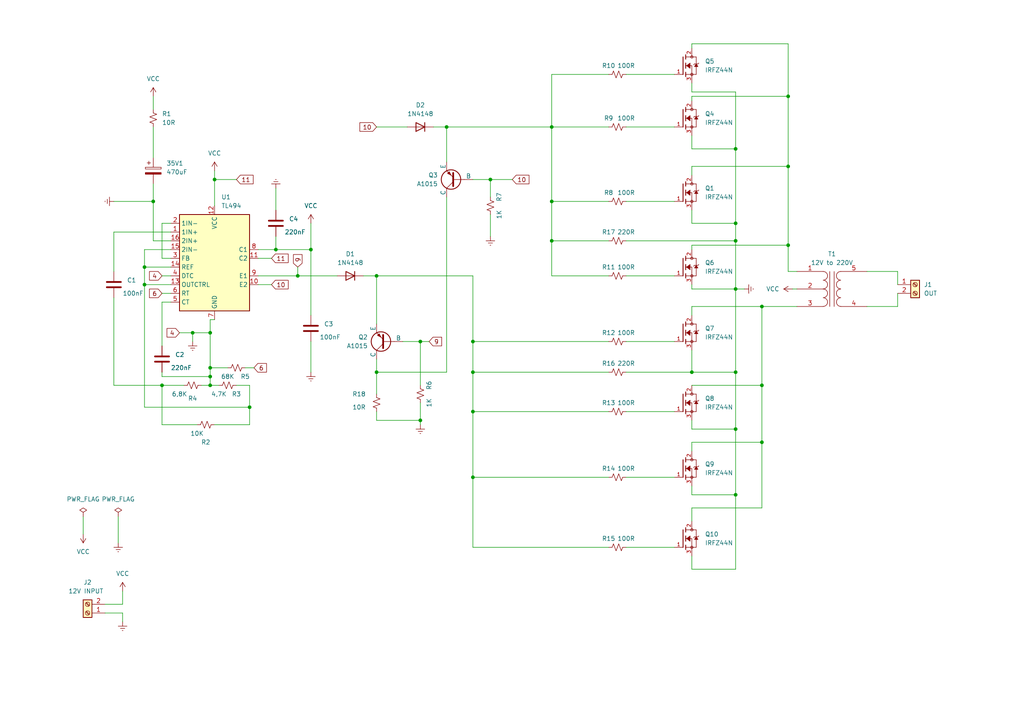
<source format=kicad_sch>
(kicad_sch (version 20230121) (generator eeschema)
  (paper "A4")
  (title_block (title "DC to AC Voltage Inverter ") (date "08.01.2024") (rev "1.0") (company "by Muxtar_Safarov"))
  (lib_symbols
    (symbol "Connector:Screw_Terminal_01x02" (pin_names (offset 1.016) hide)
      (property "Reference" "J" (at 0 2.54 0))
      (property "Value" "Screw_Terminal_01x02" (at 0 -5.08 0))
      (symbol "Screw_Terminal_01x02_1_1"
        (rectangle (start -1.27 1.27) (end 1.27 -3.81) (stroke (width 0.254)) (fill (type background)))
        (circle (center 0 -2.54) (radius 0.635) (stroke (width 0.1524)))
        (polyline (pts (xy -0.5334 -2.2098) (xy 0.3302 -3.048)) (stroke (width 0.1524)))
        (polyline (pts (xy -0.5334 0.3302) (xy 0.3302 -0.508)) (stroke (width 0.1524)))
        (polyline (pts (xy -0.3556 -2.032) (xy 0.508 -2.8702)) (stroke (width 0.1524)))
        (polyline (pts (xy -0.3556 0.508) (xy 0.508 -0.3302)) (stroke (width 0.1524)))
        (circle (center 0 0) (radius 0.635) (stroke (width 0.1524)))
        (pin passive line (at -5.08 0 0) (length 3.81) (name "Pin_1") (number "1"))
        (pin passive line (at -5.08 -2.54 0) (length 3.81) (name "Pin_2") (number "2"))
      )
    )
    (symbol "Device:C" (pin_numbers hide) (pin_names (offset 0.254))
      (property "Reference" "C" (at 0.635 2.54 0))
      (property "Value" "C" (at 0.635 -2.54 0))
      (symbol "C_0_1"
        (polyline (pts (xy -2.032 -0.762) (xy 2.032 -0.762)) (stroke (width 0.508)))
        (polyline (pts (xy -2.032 0.762) (xy 2.032 0.762)) (stroke (width 0.508)))
      )
      (symbol "C_1_1"
        (pin passive line (at 0 3.81 270) (length 2.794) (name "~") (number "1"))
        (pin passive line (at 0 -3.81 90) (length 2.794) (name "~") (number "2"))
      )
    )
    (symbol "Device:C_Polarized" (pin_numbers hide) (pin_names (offset 0.254))
      (property "Reference" "C" (at 0.635 2.54 0))
      (property "Value" "C_Polarized" (at 0.635 -2.54 0))
      (symbol "C_Polarized_0_1"
        (rectangle (start -2.286 0.508) (end 2.286 1.016))
        (polyline (pts (xy -1.778 2.286) (xy -0.762 2.286)))
        (polyline (pts (xy -1.27 2.794) (xy -1.27 1.778)))
        (rectangle (start 2.286 -0.508) (end -2.286 -1.016) (fill (type outline)))
      )
      (symbol "C_Polarized_1_1"
        (pin passive line (at 0 3.81 270) (length 2.794) (name "~") (number "1"))
        (pin passive line (at 0 -3.81 90) (length 2.794) (name "~") (number "2"))
      )
    )
    (symbol "Device:R_Small_US" (pin_numbers hide) (pin_names (offset 0.254) hide)
      (property "Reference" "R" (at 0.762 0.508 0))
      (property "Value" "R_Small_US" (at 0.762 -1.016 0))
      (symbol "R_Small_US_1_1"
        (polyline (pts (xy 0 0) (xy 1.016 -0.381) (xy 0 -0.762) (xy -1.016 -1.143) (xy 0 -1.524)))
        (polyline (pts (xy 0 1.524) (xy 1.016 1.143) (xy 0 0.762) (xy -1.016 0.381) (xy 0 0)))
        (pin passive line (at 0 2.54 270) (length 1.016) (name "~") (number "1"))
        (pin passive line (at 0 -2.54 90) (length 1.016) (name "~") (number "2"))
      )
    )
    (symbol "Device:Transformer_SP_1S" (pin_names (offset 1.016) hide)
      (property "Reference" "T" (at 0 6.35 0))
      (property "Value" "Transformer_SP_1S" (at 0 -7.62 0))
      (symbol "Transformer_SP_1S_0_1"
        (arc (start -2.54 -5.0546) (mid -1.6599 -4.6901) (end -1.27 -3.81))
        (arc (start -2.54 -2.5146) (mid -1.6599 -2.1501) (end -1.27 -1.27))
        (arc (start -2.54 0.0254) (mid -1.6599 0.3899) (end -1.27 1.27))
        (arc (start -2.54 2.5654) (mid -1.6599 2.9299) (end -1.27 3.81))
        (arc (start -1.27 -3.81) (mid -1.642 -2.912) (end -2.54 -2.54))
        (arc (start -1.27 -1.27) (mid -1.642 -0.372) (end -2.54 0))
        (arc (start -1.27 1.27) (mid -1.642 2.168) (end -2.54 2.54))
        (arc (start -1.27 3.81) (mid -1.642 4.708) (end -2.54 5.08))
        (polyline (pts (xy -0.635 5.08) (xy -0.635 -5.08)))
        (polyline (pts (xy 0.635 -5.08) (xy 0.635 5.08)))
        (arc (start 1.2954 -1.27) (mid 1.6599 -2.1501) (end 2.54 -2.5146))
        (arc (start 1.2954 1.27) (mid 1.6599 0.3899) (end 2.54 0.0254))
        (arc (start 1.2954 3.81) (mid 1.6599 2.9299) (end 2.54 2.5654))
        (arc (start 1.3208 -3.81) (mid 1.6853 -4.6901) (end 2.5654 -5.0546))
        (arc (start 2.54 0) (mid 1.642 -0.372) (end 1.2954 -1.27))
        (arc (start 2.54 2.54) (mid 1.642 2.168) (end 1.2954 1.27))
        (arc (start 2.54 5.08) (mid 1.642 4.708) (end 1.2954 3.81))
        (arc (start 2.5654 -2.54) (mid 1.6674 -2.912) (end 1.3208 -3.81))
      )
      (symbol "Transformer_SP_1S_1_1"
        (pin passive line (at -10.16 5.08 0) (length 7.62) (name "PR1") (number "1"))
        (pin passive line (at -10.16 0 0) (length 7.62) (name "PM") (number "2"))
        (pin passive line (at -10.16 -5.08 0) (length 7.62) (name "PR2") (number "3"))
        (pin passive line (at 10.16 -5.08 180) (length 7.62) (name "S1") (number "4"))
        (pin passive line (at 10.16 5.08 180) (length 7.62) (name "S2") (number "5"))
      )
    )
    (symbol "Diode:1N4148" (pin_numbers hide) (pin_names hide)
      (property "Reference" "D" (at 0 2.54 0))
      (property "Value" "1N4148" (at 0 -2.54 0))
      (symbol "1N4148_0_1"
        (polyline (pts (xy -1.27 1.27) (xy -1.27 -1.27)) (stroke (width 0.254)))
        (polyline (pts (xy 1.27 0) (xy -1.27 0)))
        (polyline (pts (xy 1.27 1.27) (xy 1.27 -1.27) (xy -1.27 0) (xy 1.27 1.27)) (stroke (width 0.254)))
      )
      (symbol "1N4148_1_1"
        (pin passive line (at -3.81 0 0) (length 2.54) (name "K") (number "1"))
        (pin passive line (at 3.81 0 180) (length 2.54) (name "A") (number "2"))
      )
    )
    (symbol "IRFZ44N:IRFZ44N" (pin_names (offset 1.016))
      (property "Reference" "Q" (at -8.89 2.54 0))
      (property "Value" "IRFZ44N" (at -8.89 -7.62 0))
      (symbol "IRFZ44N_0_0"
        (polyline (pts (xy 0 2.54) (xy 0 -2.54)) (stroke (width 0.254)))
        (polyline (pts (xy 0.762 -2.54) (xy 0.762 -3.175)) (stroke (width 0.254)))
        (polyline (pts (xy 0.762 -1.905) (xy 0.762 -2.54)) (stroke (width 0.254)))
        (polyline (pts (xy 0.762 0) (xy 0.762 -0.762)) (stroke (width 0.254)))
        (polyline (pts (xy 0.762 0) (xy 2.54 0)) (stroke (width 0.1524)))
        (polyline (pts (xy 0.762 0.762) (xy 0.762 0)) (stroke (width 0.254)))
        (polyline (pts (xy 0.762 2.54) (xy 0.762 1.905)) (stroke (width 0.254)))
        (polyline (pts (xy 0.762 2.54) (xy 3.81 2.54)) (stroke (width 0.1524)))
        (polyline (pts (xy 0.762 3.175) (xy 0.762 2.54)) (stroke (width 0.254)))
        (polyline (pts (xy 2.54 -2.54) (xy 0.762 -2.54)) (stroke (width 0.1524)))
        (polyline (pts (xy 2.54 -2.54) (xy 3.81 -2.54)) (stroke (width 0.1524)))
        (polyline (pts (xy 2.54 0) (xy 2.54 -2.54)) (stroke (width 0.1524)))
        (polyline (pts (xy 3.302 0.508) (xy 3.048 0.254)) (stroke (width 0.1524)))
        (polyline (pts (xy 3.81 0.508) (xy 3.302 0.508)) (stroke (width 0.1524)))
        (polyline (pts (xy 3.81 0.508) (xy 3.81 -2.54)) (stroke (width 0.1524)))
        (polyline (pts (xy 3.81 2.54) (xy 3.81 0.508)) (stroke (width 0.1524)))
        (polyline (pts (xy 4.318 0.508) (xy 3.81 0.508)) (stroke (width 0.1524)))
        (polyline (pts (xy 4.572 0.762) (xy 4.318 0.508)) (stroke (width 0.1524)))
        (polyline (pts (xy 1.016 0) (xy 2.032 0.762) (xy 2.032 -0.762) (xy 1.016 0)) (stroke (width 0.1524)) (fill (type outline)))
        (polyline (pts (xy 3.81 0.508) (xy 3.302 -0.254) (xy 4.318 -0.254) (xy 3.81 0.508)) (stroke (width 0.1524)) (fill (type outline)))
        (circle (center 2.54 -2.54) (radius 0.3592))
        (circle (center 2.54 2.54) (radius 0.3592))
        (pin passive line (at -2.54 -2.54 0) (length 2.54) (name "~") (number "1"))
        (pin passive line (at 2.54 5.08 270) (length 2.54) (name "~") (number "2"))
        (pin passive line (at 2.54 -5.08 90) (length 2.54) (name "~") (number "3"))
      )
    )
    (symbol "Regulator_Controller:TL494"
      (property "Reference" "U" (at 3.81 19.05 0))
      (property "Value" "TL494" (at 3.81 16.51 0))
      (symbol "TL494_0_1"
        (rectangle (start -10.16 -12.7) (end 10.16 15.24) (stroke (width 0.254)) (fill (type background)))
      )
      (symbol "TL494_1_1"
        (pin input line (at -12.7 10.16 0) (length 2.54) (name "1IN+") (number "1"))
        (pin passive line (at 12.7 -5.08 180) (length 2.54) (name "E2") (number "10"))
        (pin passive line (at 12.7 2.54 180) (length 2.54) (name "C2") (number "11"))
        (pin power_in line (at 0 17.78 270) (length 2.54) (name "VCC") (number "12"))
        (pin input line (at -12.7 -5.08 0) (length 2.54) (name "OUTCTRL") (number "13"))
        (pin power_out line (at -12.7 0 0) (length 2.54) (name "REF") (number "14"))
        (pin input line (at -12.7 5.08 0) (length 2.54) (name "2IN-") (number "15"))
        (pin input line (at -12.7 7.62 0) (length 2.54) (name "2IN+") (number "16"))
        (pin input line (at -12.7 12.7 0) (length 2.54) (name "1IN-") (number "2"))
        (pin output line (at -12.7 2.54 0) (length 2.54) (name "FB") (number "3"))
        (pin input line (at -12.7 -2.54 0) (length 2.54) (name "DTC") (number "4"))
        (pin passive line (at -12.7 -10.16 0) (length 2.54) (name "CT") (number "5"))
        (pin passive line (at -12.7 -7.62 0) (length 2.54) (name "RT") (number "6"))
        (pin power_in line (at 0 -15.24 90) (length 2.54) (name "GND") (number "7"))
        (pin passive line (at 12.7 5.08 180) (length 2.54) (name "C1") (number "8"))
        (pin passive line (at 12.7 -2.54 180) (length 2.54) (name "E1") (number "9"))
      )
    )
    (symbol "Simulation_SPICE:PNP" (pin_numbers hide) (pin_names (offset 0))
      (property "Reference" "Q" (at -2.54 7.62 0))
      (property "Value" "PNP" (at -2.54 5.08 0))
      (symbol "PNP_0_1"
        (polyline (pts (xy -2.54 0) (xy 0.635 0)) (stroke (width 0.1524)))
        (polyline (pts (xy 0.635 0.635) (xy 2.54 2.54)))
        (polyline (pts (xy 0.635 -0.635) (xy 2.54 -2.54) (xy 2.54 -2.54)))
        (polyline (pts (xy 0.635 1.905) (xy 0.635 -1.905) (xy 0.635 -1.905)) (stroke (width 0.508)))
        (polyline (pts (xy 2.286 -1.778) (xy 1.778 -2.286) (xy 1.27 -1.27) (xy 2.286 -1.778) (xy 2.286 -1.778)) (fill (type outline)))
        (circle (center 1.27 0) (radius 2.8194) (stroke (width 0.254)))
      )
      (symbol "PNP_1_1"
        (pin open_collector line (at 2.54 5.08 270) (length 2.54) (name "C") (number "1"))
        (pin input line (at -5.08 0 0) (length 2.54) (name "B") (number "2"))
        (pin open_emitter line (at 2.54 -5.08 90) (length 2.54) (name "E") (number "3"))
      )
    )
    (symbol "power:Earth" (power) (pin_names (offset 0))
      (symbol "Earth_0_1"
        (polyline (pts (xy -0.635 -1.905) (xy 0.635 -1.905)))
        (polyline (pts (xy -0.127 -2.54) (xy 0.127 -2.54)))
        (polyline (pts (xy 0 -1.27) (xy 0 0)))
        (polyline (pts (xy 1.27 -1.27) (xy -1.27 -1.27)))
      )
      (symbol "Earth_1_1"
        (pin power_in line (at 0 0 270) (length 0) hide (name "Earth") (number "1"))
      )
    )
    (symbol "power:PWR_FLAG" (power) (pin_numbers hide) (pin_names (offset 0) hide)
      (property "Value" "PWR_FLAG" (at 0 3.81 0))
      (symbol "PWR_FLAG_0_0"
        (pin power_out line (at 0 0 90) (length 0) (name "pwr") (number "1"))
      )
      (symbol "PWR_FLAG_0_1"
        (polyline (pts (xy 0 0) (xy 0 1.27) (xy -1.016 1.905) (xy 0 2.54) (xy 1.016 1.905) (xy 0 1.27)))
      )
    )
    (symbol "power:VCC" (power) (pin_names (offset 0))
      (property "Value" "VCC" (at 0 3.81 0))
      (symbol "VCC_0_1"
        (polyline (pts (xy -0.762 1.27) (xy 0 2.54)))
        (polyline (pts (xy 0 0) (xy 0 2.54)))
        (polyline (pts (xy 0 2.54) (xy 0.762 1.27)))
      )
      (symbol "VCC_1_1"
        (pin power_in line (at 0 0 90) (length 0) hide (name "VCC") (number "1"))
      )
    )
  )
  (junction (at 228.6 27.94))
  (junction (at 213.36 69.85))
  (junction (at 137.16 119.38))
  (junction (at 220.98 128.27))
  (junction (at 121.92 99.06))
  (junction (at 86.36 80.01))
  (junction (at 213.36 64.77))
  (junction (at 220.98 111.76))
  (junction (at 41.91 77.47))
  (junction (at 60.96 106.68))
  (junction (at 213.36 107.95))
  (junction (at 129.54 36.83))
  (junction (at 142.24 52.07))
  (junction (at 72.39 118.11))
  (junction (at 62.23 52.07))
  (junction (at 137.16 107.95))
  (junction (at 44.45 58.42))
  (junction (at 160.02 36.83))
  (junction (at 41.91 82.55))
  (junction (at 213.36 124.46))
  (junction (at 213.36 143.51))
  (junction (at 160.02 69.85))
  (junction (at 160.02 58.42))
  (junction (at 109.22 107.95))
  (junction (at 137.16 138.43))
  (junction (at 213.36 43.18))
  (junction (at 228.6 71.12))
  (junction (at 46.99 111.76))
  (junction (at 228.6 48.26))
  (junction (at 213.36 83.82))
  (junction (at 220.98 88.9))
  (junction (at 90.17 72.39))
  (junction (at 60.96 109.22))
  (junction (at 200.66 107.95))
  (junction (at 121.92 121.92))
  (junction (at 80.01 72.39))
  (junction (at 60.96 111.76))
  (junction (at 109.22 80.01))
  (junction (at 137.16 99.06))
  (junction (at 55.88 96.52))
  (junction (at 60.96 96.52))
  (wire (pts (xy 49.53 87.63) (xy 46.99 87.63)))
  (wire (pts (xy 200.66 147.32) (xy 220.98 147.32)))
  (wire (pts (xy 160.02 69.85) (xy 160.02 80.01)))
  (wire (pts (xy 30.48 177.8) (xy 35.56 177.8)))
  (wire (pts (xy 200.66 83.82) (xy 213.36 83.82)))
  (wire (pts (xy 181.61 80.01) (xy 195.58 80.01)))
  (wire (pts (xy 90.17 99.06) (xy 90.17 107.95)))
  (wire (pts (xy 35.56 175.26) (xy 35.56 171.45)))
  (wire (pts (xy 200.66 12.7) (xy 228.6 12.7)))
  (wire (pts (xy 200.66 48.26) (xy 228.6 48.26)))
  (wire (pts (xy 49.53 69.85) (xy 44.45 69.85)))
  (wire (pts (xy 200.66 107.95) (xy 213.36 107.95)))
  (wire (pts (xy 121.92 99.06) (xy 121.92 111.76)))
  (wire (pts (xy 90.17 64.77) (xy 90.17 72.39)))
  (wire (pts (xy 137.16 99.06) (xy 176.53 99.06)))
  (wire (pts (xy 200.66 161.29) (xy 200.66 165.1)))
  (wire (pts (xy 200.66 130.81) (xy 200.66 128.27)))
  (wire (pts (xy 200.66 82.55) (xy 200.66 83.82)))
  (wire (pts (xy 90.17 72.39) (xy 90.17 91.44)))
  (wire (pts (xy 200.66 27.94) (xy 228.6 27.94)))
  (wire (pts (xy 35.56 177.8) (xy 35.56 180.34)))
  (wire (pts (xy 24.13 149.86) (xy 24.13 154.94)))
  (wire (pts (xy 46.99 123.19) (xy 57.15 123.19)))
  (wire (pts (xy 49.53 67.31) (xy 33.02 67.31)))
  (wire (pts (xy 109.22 80.01) (xy 137.16 80.01)))
  (wire (pts (xy 62.23 52.07) (xy 62.23 59.69)))
  (wire (pts (xy 260.35 88.9) (xy 251.46 88.9)))
  (wire (pts (xy 200.66 151.13) (xy 200.66 147.32)))
  (wire (pts (xy 80.01 72.39) (xy 90.17 72.39)))
  (wire (pts (xy 160.02 69.85) (xy 176.53 69.85)))
  (wire (pts (xy 228.6 27.94) (xy 228.6 48.26)))
  (wire (pts (xy 137.16 107.95) (xy 137.16 119.38)))
  (wire (pts (xy 44.45 27.94) (xy 44.45 31.75)))
  (wire (pts (xy 137.16 119.38) (xy 137.16 138.43)))
  (wire (pts (xy 86.36 77.47) (xy 86.36 80.01)))
  (wire (pts (xy 52.07 96.52) (xy 55.88 96.52)))
  (wire (pts (xy 181.61 36.83) (xy 195.58 36.83)))
  (wire (pts (xy 74.93 80.01) (xy 86.36 80.01)))
  (wire (pts (xy 181.61 69.85) (xy 213.36 69.85)))
  (wire (pts (xy 200.66 26.67) (xy 213.36 26.67)))
  (wire (pts (xy 46.99 64.77) (xy 46.99 74.93)))
  (wire (pts (xy 260.35 78.74) (xy 251.46 78.74)))
  (wire (pts (xy 60.96 106.68) (xy 66.04 106.68)))
  (wire (pts (xy 142.24 52.07) (xy 148.59 52.07)))
  (wire (pts (xy 109.22 104.14) (xy 109.22 107.95)))
  (wire (pts (xy 137.16 138.43) (xy 176.53 138.43)))
  (wire (pts (xy 30.48 175.26) (xy 35.56 175.26)))
  (wire (pts (xy 176.53 107.95) (xy 137.16 107.95)))
  (wire (pts (xy 181.61 99.06) (xy 195.58 99.06)))
  (wire (pts (xy 44.45 58.42) (xy 33.02 58.42)))
  (wire (pts (xy 44.45 53.34) (xy 44.45 58.42)))
  (wire (pts (xy 33.02 67.31) (xy 33.02 78.74)))
  (wire (pts (xy 46.99 109.22) (xy 60.96 109.22)))
  (wire (pts (xy 137.16 99.06) (xy 137.16 107.95)))
  (wire (pts (xy 160.02 36.83) (xy 176.53 36.83)))
  (wire (pts (xy 34.29 149.86) (xy 34.29 157.48)))
  (wire (pts (xy 60.96 106.68) (xy 60.96 109.22)))
  (wire (pts (xy 72.39 111.76) (xy 72.39 118.11)))
  (wire (pts (xy 109.22 121.92) (xy 121.92 121.92)))
  (wire (pts (xy 46.99 80.01) (xy 49.53 80.01)))
  (wire (pts (xy 53.34 111.76) (xy 46.99 111.76)))
  (wire (pts (xy 33.02 111.76) (xy 46.99 111.76)))
  (wire (pts (xy 44.45 69.85) (xy 44.45 58.42)))
  (wire (pts (xy 58.42 111.76) (xy 60.96 111.76)))
  (wire (pts (xy 33.02 86.36) (xy 33.02 111.76)))
  (wire (pts (xy 260.35 85.09) (xy 260.35 88.9)))
  (wire (pts (xy 129.54 57.15) (xy 129.54 107.95)))
  (wire (pts (xy 49.53 72.39) (xy 41.91 72.39)))
  (wire (pts (xy 200.66 128.27) (xy 220.98 128.27)))
  (wire (pts (xy 213.36 107.95) (xy 213.36 83.82)))
  (wire (pts (xy 60.96 96.52) (xy 60.96 106.68)))
  (wire (pts (xy 74.93 72.39) (xy 80.01 72.39)))
  (wire (pts (xy 160.02 21.59) (xy 160.02 36.83)))
  (wire (pts (xy 228.6 12.7) (xy 228.6 27.94)))
  (wire (pts (xy 74.93 74.93) (xy 78.74 74.93)))
  (wire (pts (xy 116.84 99.06) (xy 121.92 99.06)))
  (wire (pts (xy 213.36 64.77) (xy 213.36 69.85)))
  (wire (pts (xy 46.99 87.63) (xy 46.99 100.33)))
  (wire (pts (xy 55.88 96.52) (xy 60.96 96.52)))
  (wire (pts (xy 129.54 36.83) (xy 160.02 36.83)))
  (wire (pts (xy 80.01 54.61) (xy 80.01 60.96)))
  (wire (pts (xy 200.66 72.39) (xy 200.66 71.12)))
  (wire (pts (xy 176.53 158.75) (xy 137.16 158.75)))
  (wire (pts (xy 60.96 92.71) (xy 62.23 92.71)))
  (wire (pts (xy 213.36 83.82) (xy 215.9 83.82)))
  (wire (pts (xy 68.58 111.76) (xy 72.39 111.76)))
  (wire (pts (xy 49.53 64.77) (xy 46.99 64.77)))
  (wire (pts (xy 176.53 21.59) (xy 160.02 21.59)))
  (wire (pts (xy 228.6 48.26) (xy 228.6 71.12)))
  (wire (pts (xy 121.92 121.92) (xy 121.92 123.19)))
  (wire (pts (xy 200.66 39.37) (xy 200.66 43.18)))
  (wire (pts (xy 142.24 52.07) (xy 137.16 52.07)))
  (wire (pts (xy 228.6 78.74) (xy 231.14 78.74)))
  (wire (pts (xy 72.39 118.11) (xy 72.39 123.19)))
  (wire (pts (xy 80.01 68.58) (xy 80.01 72.39)))
  (wire (pts (xy 200.66 60.96) (xy 200.66 64.77)))
  (wire (pts (xy 181.61 138.43) (xy 195.58 138.43)))
  (wire (pts (xy 228.6 71.12) (xy 228.6 78.74)))
  (wire (pts (xy 200.66 124.46) (xy 213.36 124.46)))
  (wire (pts (xy 46.99 85.09) (xy 49.53 85.09)))
  (wire (pts (xy 109.22 121.92) (xy 109.22 119.38)))
  (wire (pts (xy 41.91 77.47) (xy 41.91 82.55)))
  (wire (pts (xy 160.02 58.42) (xy 160.02 69.85)))
  (wire (pts (xy 62.23 49.53) (xy 62.23 52.07)))
  (wire (pts (xy 125.73 36.83) (xy 129.54 36.83)))
  (wire (pts (xy 60.96 109.22) (xy 60.96 111.76)))
  (wire (pts (xy 181.61 107.95) (xy 200.66 107.95)))
  (wire (pts (xy 181.61 158.75) (xy 195.58 158.75)))
  (wire (pts (xy 260.35 82.55) (xy 260.35 78.74)))
  (wire (pts (xy 200.66 50.8) (xy 200.66 48.26)))
  (wire (pts (xy 160.02 58.42) (xy 176.53 58.42)))
  (wire (pts (xy 137.16 119.38) (xy 176.53 119.38)))
  (wire (pts (xy 60.96 111.76) (xy 63.5 111.76)))
  (wire (pts (xy 41.91 82.55) (xy 41.91 118.11)))
  (wire (pts (xy 129.54 107.95) (xy 109.22 107.95)))
  (wire (pts (xy 200.66 29.21) (xy 200.66 27.94)))
  (wire (pts (xy 74.93 82.55) (xy 78.74 82.55)))
  (wire (pts (xy 46.99 111.76) (xy 46.99 123.19)))
  (wire (pts (xy 200.66 165.1) (xy 213.36 165.1)))
  (wire (pts (xy 213.36 69.85) (xy 213.36 83.82)))
  (wire (pts (xy 41.91 118.11) (xy 72.39 118.11)))
  (wire (pts (xy 71.12 106.68) (xy 73.66 106.68)))
  (wire (pts (xy 220.98 147.32) (xy 220.98 128.27)))
  (wire (pts (xy 200.66 88.9) (xy 220.98 88.9)))
  (wire (pts (xy 200.66 111.76) (xy 220.98 111.76)))
  (wire (pts (xy 200.66 13.97) (xy 200.66 12.7)))
  (wire (pts (xy 49.53 77.47) (xy 41.91 77.47)))
  (wire (pts (xy 220.98 88.9) (xy 231.14 88.9)))
  (wire (pts (xy 160.02 80.01) (xy 176.53 80.01)))
  (wire (pts (xy 137.16 80.01) (xy 137.16 99.06)))
  (wire (pts (xy 60.96 92.71) (xy 60.96 96.52)))
  (wire (pts (xy 72.39 123.19) (xy 62.23 123.19)))
  (wire (pts (xy 46.99 74.93) (xy 49.53 74.93)))
  (wire (pts (xy 200.66 143.51) (xy 213.36 143.51)))
  (wire (pts (xy 137.16 158.75) (xy 137.16 138.43)))
  (wire (pts (xy 200.66 64.77) (xy 213.36 64.77)))
  (wire (pts (xy 181.61 58.42) (xy 195.58 58.42)))
  (wire (pts (xy 200.66 101.6) (xy 200.66 107.95)))
  (wire (pts (xy 213.36 124.46) (xy 213.36 143.51)))
  (wire (pts (xy 200.66 24.13) (xy 200.66 26.67)))
  (wire (pts (xy 105.41 80.01) (xy 109.22 80.01)))
  (wire (pts (xy 142.24 62.23) (xy 142.24 68.58)))
  (wire (pts (xy 200.66 71.12) (xy 228.6 71.12)))
  (wire (pts (xy 86.36 80.01) (xy 97.79 80.01)))
  (wire (pts (xy 129.54 36.83) (xy 129.54 46.99)))
  (wire (pts (xy 142.24 57.15) (xy 142.24 52.07)))
  (wire (pts (xy 200.66 43.18) (xy 213.36 43.18)))
  (wire (pts (xy 41.91 72.39) (xy 41.91 77.47)))
  (wire (pts (xy 229.87 83.82) (xy 231.14 83.82)))
  (wire (pts (xy 213.36 107.95) (xy 213.36 124.46)))
  (wire (pts (xy 213.36 26.67) (xy 213.36 43.18)))
  (wire (pts (xy 213.36 143.51) (xy 213.36 165.1)))
  (wire (pts (xy 181.61 119.38) (xy 195.58 119.38)))
  (wire (pts (xy 213.36 43.18) (xy 213.36 64.77)))
  (wire (pts (xy 181.61 21.59) (xy 195.58 21.59)))
  (wire (pts (xy 200.66 91.44) (xy 200.66 88.9)))
  (wire (pts (xy 55.88 99.06) (xy 55.88 96.52)))
  (wire (pts (xy 46.99 107.95) (xy 46.99 109.22)))
  (wire (pts (xy 121.92 99.06) (xy 124.46 99.06)))
  (wire (pts (xy 62.23 52.07) (xy 68.58 52.07)))
  (wire (pts (xy 41.91 82.55) (xy 49.53 82.55)))
  (wire (pts (xy 220.98 111.76) (xy 220.98 88.9)))
  (wire (pts (xy 44.45 36.83) (xy 44.45 45.72)))
  (wire (pts (xy 200.66 140.97) (xy 200.66 143.51)))
  (wire (pts (xy 200.66 121.92) (xy 200.66 124.46)))
  (wire (pts (xy 160.02 36.83) (xy 160.02 58.42)))
  (wire (pts (xy 109.22 36.83) (xy 118.11 36.83)))
  (wire (pts (xy 109.22 80.01) (xy 109.22 93.98)))
  (wire (pts (xy 121.92 116.84) (xy 121.92 121.92)))
  (wire (pts (xy 109.22 107.95) (xy 109.22 114.3)))
  (wire (pts (xy 220.98 128.27) (xy 220.98 111.76)))
  (global_label "10" (shape input) (at 78.74 82.55 0) (property "Intersheetrefs" "${INTERSHEET_REFS}" (effects hide)))
  (global_label "11" (shape input) (at 78.74 74.93 0) (property "Intersheetrefs" "${INTERSHEET_REFS}" (effects hide)))
  (global_label "4" (shape input) (at 46.99 80.01 180) (property "Intersheetrefs" "${INTERSHEET_REFS}" (effects hide)))
  (global_label "10" (shape input) (at 109.22 36.83 180) (property "Intersheetrefs" "${INTERSHEET_REFS}" (effects hide)))
  (global_label "11" (shape input) (at 68.58 52.07 0) (property "Intersheetrefs" "${INTERSHEET_REFS}" (effects hide)))
  (global_label "6" (shape input) (at 46.99 85.09 180) (property "Intersheetrefs" "${INTERSHEET_REFS}" (effects hide)))
  (global_label "9" (shape input) (at 86.36 77.47 90) (property "Intersheetrefs" "${INTERSHEET_REFS}" (effects hide)))
  (global_label "10" (shape input) (at 148.59 52.07 0) (property "Intersheetrefs" "${INTERSHEET_REFS}" (effects hide)))
  (global_label "9" (shape input) (at 124.46 99.06 0) (property "Intersheetrefs" "${INTERSHEET_REFS}" (effects hide)))
  (global_label "6" (shape input) (at 73.66 106.68 0) (property "Intersheetrefs" "${INTERSHEET_REFS}" (effects hide)))
  (global_label "4" (shape input) (at 52.07 96.52 180) (property "Intersheetrefs" "${INTERSHEET_REFS}" (effects hide)))
  (symbol (lib_id "Connector:Screw_Terminal_01x02") (at 265.43 82.55 0) (unit 1)
    (property "Reference" "J1" (at 267.97 82.55 0) (effects (justify left)))
    (property "Value" "OUT" (at 267.97 85.09 0) (effects (justify left)))
    (property "Footprint" "TerminalBlock:TerminalBlock_bornier-2_P5.08mm" (effects hide))
  )
  (symbol (lib_id "Device:R_Small_US") (at 179.07 119.38 270) (unit 1)
    (property "Reference" "R13" (at 176.53 116.84 90))
    (property "Value" "100R" (at 181.61 116.84 90))
    (property "Footprint" "Resistor_THT:R_Axial_DIN0516_L15.5mm_D5.0mm_P25.40mm_Horizontal" (effects hide))
  )
  (symbol (lib_id "Device:R_Small_US") (at 66.04 111.76 90) (unit 1)
    (property "Reference" "R3" (at 68.58 114.3 90))
    (property "Value" "4,7K" (at 63.5 114.3 90))
    (property "Footprint" "Resistor_THT:R_Axial_DIN0516_L15.5mm_D5.0mm_P25.40mm_Horizontal" (effects hide))
  )
  (symbol (lib_id "power:PWR_FLAG") (at 34.29 149.86 0) (unit 1)
    (property "Reference" "#FLG04" (effects hide))
    (property "Value" "PWR_FLAG" (at 34.29 144.78 0))
  )
  (symbol (lib_id "power:Earth") (at 35.56 180.34 0) (unit 1)
    (property "Reference" "#PWR012" (effects hide))
    (property "Value" "Earth" (effects hide))
  )
  (symbol (lib_id "power:VCC") (at 62.23 49.53 0) (unit 1)
    (property "Reference" "#PWR016" (effects hide))
    (property "Value" "VCC" (at 62.23 44.45 0))
  )
  (symbol (lib_id "Regulator_Controller:TL494") (at 62.23 77.47 0) (unit 1)
    (property "Reference" "U1" (at 64.1859 57.15 0) (effects (justify left)))
    (property "Value" "TL494" (at 64.1859 59.69 0) (effects (justify left)))
    (property "Footprint" "Package_DIP:DIP-16_W7.62mm" (effects hide))
    (property "Datasheet" "http://www.ti.com/lit/ds/symlink/tl494.pdf" (effects hide))
  )
  (symbol (lib_id "power:VCC") (at 44.45 27.94 0) (unit 1)
    (property "Reference" "#PWR01" (effects hide))
    (property "Value" "VCC" (at 44.45 22.86 0))
  )
  (symbol (lib_id "Device:R_Small_US") (at 121.92 114.3 180) (unit 1)
    (property "Reference" "R6" (at 124.46 111.76 90))
    (property "Value" "1K" (at 124.46 116.84 90))
    (property "Footprint" "Resistor_THT:R_Axial_DIN0516_L15.5mm_D5.0mm_P25.40mm_Horizontal" (effects hide))
  )
  (symbol (lib_id "Device:C") (at 80.01 64.77 0) (unit 1)
    (property "Reference" "C4" (at 83.82 63.5 0) (effects (justify left)))
    (property "Value" "220nF" (at 82.55 67.31 0) (effects (justify left)))
    (property "Footprint" "Capacitor_THT:C_Disc_D7.5mm_W5.0mm_P7.50mm" (effects hide))
  )
  (symbol (lib_id "power:Earth") (at 33.02 58.42 270) (unit 1)
    (property "Reference" "#PWR02" (effects hide))
    (property "Value" "Earth" (effects hide))
  )
  (symbol (lib_id "Simulation_SPICE:PNP") (at 111.76 99.06 180) (unit 1)
    (property "Reference" "Q2" (at 106.68 97.79 0) (effects (justify left)))
    (property "Value" "A1015" (at 106.68 100.33 0) (effects (justify left)))
    (property "Footprint" "IRFZ44N:TO254P1016X419X2286-3" (effects hide))
    (property "Sim.Device" "PNP" (effects hide))
    (property "Sim.Type" "GUMMELPOON" (effects hide))
    (property "Sim.Pins" "1=C 2=B 3=E" (effects hide))
  )
  (symbol (lib_id "power:VCC") (at 229.87 83.82 90) (unit 1)
    (property "Reference" "#PWR09" (effects hide))
    (property "Value" "VCC" (at 226.06 83.82 90) (effects (justify left)))
  )
  (symbol (lib_id "power:Earth") (at 142.24 68.58 0) (unit 1)
    (property "Reference" "#PWR07" (effects hide))
    (property "Value" "Earth" (effects hide))
  )
  (symbol (lib_id "power:Earth") (at 121.92 123.19 0) (unit 1)
    (property "Reference" "#PWR06" (effects hide))
    (property "Value" "Earth" (effects hide))
  )
  (symbol (lib_id "Diode:1N4148") (at 121.92 36.83 180) (unit 1)
    (property "Reference" "D2" (at 121.92 30.48 0))
    (property "Value" "1N4148" (at 121.92 33.02 0))
    (property "Footprint" "Diode_THT:D_DO-35_SOD27_P7.62mm_Horizontal" (effects hide))
    (property "Datasheet" "https://assets.nexperia.com/documents/data-sheet/1N4148_1N4448.pdf" (effects hide))
    (property "Sim.Device" "D" (effects hide))
    (property "Sim.Pins" "1=K 2=A" (effects hide))
  )
  (symbol (lib_id "IRFZ44N:IRFZ44N") (at 198.12 135.89 0) (unit 1)
    (property "Reference" "Q9" (at 204.47 134.62 0) (effects (justify left)))
    (property "Value" "IRFZ44N" (at 204.47 137.16 0) (effects (justify left)))
    (property "Footprint" "IRFZ44N:TO254P1016X419X2286-3" (effects hide))
    (property "MF" "Infineon Technologies" (effects hide))
    (property "MAXIMUM_PACKAGE_HEIGHT" "22.86 mm" (effects hide))
    (property "Package" "TO-220-3 Infineon" (effects hide))
    (property "Price" "None" (effects hide))
    (property "Check_prices" "https://www.snapeda.com/parts/IRFZ44N/Infineon+Technologies/view-part/?ref=eda" (effects hide))
    (property "STANDARD" "IPC 7351B" (effects hide))
    (property "PARTREV" "09/21/10" (effects hide))
    (property "SnapEDA_Link" "https://www.snapeda.com/parts/IRFZ44N/Infineon+Technologies/view-part/?ref=snap" (effects hide))
    (property "MP" "IRFZ44N" (effects hide))
    (property "Description" "\nN-Channel 55 V 49A (Tc) 94W (Tc) Through Hole TO-220AB\n" (effects hide))
    (property "SNAPEDA_PN" "IRFZ44N" (effects hide))
    (property "Availability" "In Stock" (effects hide))
    (property "MANUFACTURER" "Infineon" (effects hide))
  )
  (symbol (lib_id "IRFZ44N:IRFZ44N") (at 198.12 34.29 0) (unit 1)
    (property "Reference" "Q4" (at 204.47 33.02 0) (effects (justify left)))
    (property "Value" "IRFZ44N" (at 204.47 35.56 0) (effects (justify left)))
    (property "Footprint" "IRFZ44N:TO254P1016X419X2286-3" (effects hide))
    (property "MF" "Infineon Technologies" (effects hide))
    (property "MAXIMUM_PACKAGE_HEIGHT" "22.86 mm" (effects hide))
    (property "Package" "TO-220-3 Infineon" (effects hide))
    (property "Price" "None" (effects hide))
    (property "Check_prices" "https://www.snapeda.com/parts/IRFZ44N/Infineon+Technologies/view-part/?ref=eda" (effects hide))
    (property "STANDARD" "IPC 7351B" (effects hide))
    (property "PARTREV" "09/21/10" (effects hide))
    (property "SnapEDA_Link" "https://www.snapeda.com/parts/IRFZ44N/Infineon+Technologies/view-part/?ref=snap" (effects hide))
    (property "MP" "IRFZ44N" (effects hide))
    (property "Description" "\nN-Channel 55 V 49A (Tc) 94W (Tc) Through Hole TO-220AB\n" (effects hide))
    (property "SNAPEDA_PN" "IRFZ44N" (effects hide))
    (property "Availability" "In Stock" (effects hide))
    (property "MANUFACTURER" "Infineon" (effects hide))
  )
  (symbol (lib_id "Device:R_Small_US") (at 179.07 36.83 270) (unit 1)
    (property "Reference" "R9" (at 176.53 34.29 90))
    (property "Value" "100R" (at 181.61 34.29 90))
    (property "Footprint" "Resistor_THT:R_Axial_DIN0516_L15.5mm_D5.0mm_P25.40mm_Horizontal" (effects hide))
  )
  (symbol (lib_id "IRFZ44N:IRFZ44N") (at 198.12 19.05 0) (unit 1)
    (property "Reference" "Q5" (at 204.47 17.78 0) (effects (justify left)))
    (property "Value" "IRFZ44N" (at 204.47 20.32 0) (effects (justify left)))
    (property "Footprint" "IRFZ44N:TO254P1016X419X2286-3" (effects hide))
    (property "MF" "Infineon Technologies" (effects hide))
    (property "MAXIMUM_PACKAGE_HEIGHT" "22.86 mm" (effects hide))
    (property "Package" "TO-220-3 Infineon" (effects hide))
    (property "Price" "None" (effects hide))
    (property "Check_prices" "https://www.snapeda.com/parts/IRFZ44N/Infineon+Technologies/view-part/?ref=eda" (effects hide))
    (property "STANDARD" "IPC 7351B" (effects hide))
    (property "PARTREV" "09/21/10" (effects hide))
    (property "SnapEDA_Link" "https://www.snapeda.com/parts/IRFZ44N/Infineon+Technologies/view-part/?ref=snap" (effects hide))
    (property "MP" "IRFZ44N" (effects hide))
    (property "Description" "\nN-Channel 55 V 49A (Tc) 94W (Tc) Through Hole TO-220AB\n" (effects hide))
    (property "SNAPEDA_PN" "IRFZ44N" (effects hide))
    (property "Availability" "In Stock" (effects hide))
    (property "MANUFACTURER" "Infineon" (effects hide))
  )
  (symbol (lib_id "Device:R_Small_US") (at 142.24 59.69 180) (unit 1)
    (property "Reference" "R7" (at 144.78 57.15 90))
    (property "Value" "1K" (at 144.78 62.23 90))
    (property "Footprint" "Resistor_THT:R_Axial_DIN0516_L15.5mm_D5.0mm_P25.40mm_Horizontal" (effects hide))
  )
  (symbol (lib_id "Device:R_Small_US") (at 179.07 158.75 270) (unit 1)
    (property "Reference" "R15" (at 176.53 156.21 90))
    (property "Value" "100R" (at 181.61 156.21 90))
    (property "Footprint" "Resistor_THT:R_Axial_DIN0516_L15.5mm_D5.0mm_P25.40mm_Horizontal" (effects hide))
  )
  (symbol (lib_id "IRFZ44N:IRFZ44N") (at 198.12 77.47 0) (unit 1)
    (property "Reference" "Q6" (at 204.47 76.2 0) (effects (justify left)))
    (property "Value" "IRFZ44N" (at 204.47 78.74 0) (effects (justify left)))
    (property "Footprint" "IRFZ44N:TO254P1016X419X2286-3" (effects hide))
    (property "MF" "Infineon Technologies" (effects hide))
    (property "MAXIMUM_PACKAGE_HEIGHT" "22.86 mm" (effects hide))
    (property "Package" "TO-220-3 Infineon" (effects hide))
    (property "Price" "None" (effects hide))
    (property "Check_prices" "https://www.snapeda.com/parts/IRFZ44N/Infineon+Technologies/view-part/?ref=eda" (effects hide))
    (property "STANDARD" "IPC 7351B" (effects hide))
    (property "PARTREV" "09/21/10" (effects hide))
    (property "SnapEDA_Link" "https://www.snapeda.com/parts/IRFZ44N/Infineon+Technologies/view-part/?ref=snap" (effects hide))
    (property "MP" "IRFZ44N" (effects hide))
    (property "Description" "\nN-Channel 55 V 49A (Tc) 94W (Tc) Through Hole TO-220AB\n" (effects hide))
    (property "SNAPEDA_PN" "IRFZ44N" (effects hide))
    (property "Availability" "In Stock" (effects hide))
    (property "MANUFACTURER" "Infineon" (effects hide))
  )
  (symbol (lib_id "Device:R_Small_US") (at 179.07 99.06 270) (unit 1)
    (property "Reference" "R12" (at 176.53 96.52 90))
    (property "Value" "100R" (at 181.61 96.52 90))
    (property "Footprint" "Resistor_THT:R_Axial_DIN0516_L15.5mm_D5.0mm_P25.40mm_Horizontal" (effects hide))
  )
  (symbol (lib_id "Device:R_Small_US") (at 179.07 58.42 270) (unit 1)
    (property "Reference" "R8" (at 176.53 55.88 90))
    (property "Value" "100R" (at 181.61 55.88 90))
    (property "Footprint" "Resistor_THT:R_Axial_DIN0516_L15.5mm_D5.0mm_P25.40mm_Horizontal" (effects hide))
  )
  (symbol (lib_id "Device:R_Small_US") (at 179.07 107.95 270) (unit 1)
    (property "Reference" "R16" (at 176.53 105.41 90))
    (property "Value" "220R" (at 181.61 105.41 90))
    (property "Footprint" "Resistor_THT:R_Axial_DIN0516_L15.5mm_D5.0mm_P25.40mm_Horizontal" (effects hide))
  )
  (symbol (lib_id "Connector:Screw_Terminal_01x02") (at 25.4 177.8 180) (unit 1)
    (property "Reference" "J2" (at 25.4 168.91 0))
    (property "Value" "12V INPUT " (at 25.4 171.45 0))
    (property "Footprint" "TerminalBlock:TerminalBlock_bornier-2_P5.08mm" (effects hide))
  )
  (symbol (lib_id "IRFZ44N:IRFZ44N") (at 198.12 55.88 0) (unit 1)
    (property "Reference" "Q1" (at 204.47 54.61 0) (effects (justify left)))
    (property "Value" "IRFZ44N" (at 204.47 57.15 0) (effects (justify left)))
    (property "Footprint" "IRFZ44N:TO254P1016X419X2286-3" (effects hide))
    (property "MF" "Infineon Technologies" (effects hide))
    (property "MAXIMUM_PACKAGE_HEIGHT" "22.86 mm" (effects hide))
    (property "Package" "TO-220-3 Infineon" (effects hide))
    (property "Price" "None" (effects hide))
    (property "Check_prices" "https://www.snapeda.com/parts/IRFZ44N/Infineon+Technologies/view-part/?ref=eda" (effects hide))
    (property "STANDARD" "IPC 7351B" (effects hide))
    (property "PARTREV" "09/21/10" (effects hide))
    (property "SnapEDA_Link" "https://www.snapeda.com/parts/IRFZ44N/Infineon+Technologies/view-part/?ref=snap" (effects hide))
    (property "MP" "IRFZ44N" (effects hide))
    (property "Description" "\nN-Channel 55 V 49A (Tc) 94W (Tc) Through Hole TO-220AB\n" (effects hide))
    (property "SNAPEDA_PN" "IRFZ44N" (effects hide))
    (property "Availability" "In Stock" (effects hide))
    (property "MANUFACTURER" "Infineon" (effects hide))
  )
  (symbol (lib_id "Device:R_Small_US") (at 109.22 116.84 180) (unit 1)
    (property "Reference" "R18" (at 104.14 114.3 0))
    (property "Value" "10R" (at 104.14 118.11 0))
    (property "Footprint" "Resistor_THT:R_Axial_DIN0516_L15.5mm_D5.0mm_P25.40mm_Horizontal" (effects hide))
  )
  (symbol (lib_id "Device:R_Small_US") (at 59.69 123.19 90) (unit 1)
    (property "Reference" "R2" (at 59.69 128.27 90))
    (property "Value" "10K" (at 57.15 125.73 90))
    (property "Footprint" "Resistor_THT:R_Axial_DIN0516_L15.5mm_D5.0mm_P25.40mm_Horizontal" (effects hide))
  )
  (symbol (lib_id "IRFZ44N:IRFZ44N") (at 198.12 116.84 0) (unit 1)
    (property "Reference" "Q8" (at 204.47 115.57 0) (effects (justify left)))
    (property "Value" "IRFZ44N" (at 204.47 118.11 0) (effects (justify left)))
    (property "Footprint" "IRFZ44N:TO254P1016X419X2286-3" (effects hide))
    (property "MF" "Infineon Technologies" (effects hide))
    (property "MAXIMUM_PACKAGE_HEIGHT" "22.86 mm" (effects hide))
    (property "Package" "TO-220-3 Infineon" (effects hide))
    (property "Price" "None" (effects hide))
    (property "Check_prices" "https://www.snapeda.com/parts/IRFZ44N/Infineon+Technologies/view-part/?ref=eda" (effects hide))
    (property "STANDARD" "IPC 7351B" (effects hide))
    (property "PARTREV" "09/21/10" (effects hide))
    (property "SnapEDA_Link" "https://www.snapeda.com/parts/IRFZ44N/Infineon+Technologies/view-part/?ref=snap" (effects hide))
    (property "MP" "IRFZ44N" (effects hide))
    (property "Description" "\nN-Channel 55 V 49A (Tc) 94W (Tc) Through Hole TO-220AB\n" (effects hide))
    (property "SNAPEDA_PN" "IRFZ44N" (effects hide))
    (property "Availability" "In Stock" (effects hide))
    (property "MANUFACTURER" "Infineon" (effects hide))
  )
  (symbol (lib_id "Device:R_Small_US") (at 179.07 138.43 270) (unit 1)
    (property "Reference" "R14" (at 176.53 135.89 90))
    (property "Value" "100R" (at 181.61 135.89 90))
    (property "Footprint" "Resistor_THT:R_Axial_DIN0516_L15.5mm_D5.0mm_P25.40mm_Horizontal" (effects hide))
  )
  (symbol (lib_id "Device:R_Small_US") (at 179.07 21.59 270) (unit 1)
    (property "Reference" "R10" (at 176.53 19.05 90))
    (property "Value" "100R" (at 181.61 19.05 90))
    (property "Footprint" "Resistor_THT:R_Axial_DIN0516_L15.5mm_D5.0mm_P25.40mm_Horizontal" (effects hide))
  )
  (symbol (lib_id "power:Earth") (at 90.17 107.95 0) (unit 1)
    (property "Reference" "#PWR04" (effects hide))
    (property "Value" "Earth" (effects hide))
  )
  (symbol (lib_id "Device:C") (at 33.02 82.55 0) (unit 1)
    (property "Reference" "C1" (at 36.83 81.28 0) (effects (justify left)))
    (property "Value" "100nF" (at 35.56 85.09 0) (effects (justify left)))
    (property "Footprint" "Capacitor_THT:C_Disc_D7.5mm_W5.0mm_P7.50mm" (effects hide))
  )
  (symbol (lib_id "Device:C") (at 46.99 104.14 0) (unit 1)
    (property "Reference" "C2" (at 50.8 102.87 0) (effects (justify left)))
    (property "Value" "220nF" (at 49.53 106.68 0) (effects (justify left)))
    (property "Footprint" "Capacitor_THT:C_Disc_D7.5mm_W5.0mm_P7.50mm" (effects hide))
  )
  (symbol (lib_id "power:Earth") (at 80.01 54.61 180) (unit 1)
    (property "Reference" "#PWR08" (effects hide))
    (property "Value" "Earth" (effects hide))
  )
  (symbol (lib_id "power:Earth") (at 215.9 83.82 90) (unit 1)
    (property "Reference" "#PWR010" (effects hide))
    (property "Value" "Earth" (effects hide))
  )
  (symbol (lib_id "Device:R_Small_US") (at 179.07 80.01 270) (unit 1)
    (property "Reference" "R11" (at 176.53 77.47 90))
    (property "Value" "100R" (at 181.61 77.47 90))
    (property "Footprint" "Resistor_THT:R_Axial_DIN0516_L15.5mm_D5.0mm_P25.40mm_Horizontal" (effects hide))
  )
  (symbol (lib_id "Device:R_Small_US") (at 68.58 106.68 90) (unit 1)
    (property "Reference" "R5" (at 71.12 109.22 90))
    (property "Value" "68K" (at 66.04 109.22 90))
    (property "Footprint" "Resistor_THT:R_Axial_DIN0516_L15.5mm_D5.0mm_P25.40mm_Horizontal" (effects hide))
  )
  (symbol (lib_id "Device:R_Small_US") (at 55.88 111.76 90) (unit 1)
    (property "Reference" "R4" (at 55.88 115.57 90))
    (property "Value" "6,8K" (at 52.07 114.3 90))
    (property "Footprint" "Resistor_THT:R_Axial_DIN0516_L15.5mm_D5.0mm_P25.40mm_Horizontal" (effects hide))
  )
  (symbol (lib_id "power:Earth") (at 55.88 99.06 0) (unit 1)
    (property "Reference" "#PWR03" (effects hide))
    (property "Value" "Earth" (effects hide))
  )
  (symbol (lib_id "Device:Transformer_SP_1S") (at 241.3 83.82 0) (unit 1)
    (property "Reference" "T1" (at 241.3127 73.66 0))
    (property "Value" "12V to 220V" (at 241.3127 76.2 0))
    (property "Footprint" "Transformer_THT:Transformer_Microphone_Lundahl_LL1587" (effects hide))
  )
  (symbol (lib_id "power:Earth") (at 34.29 157.48 0) (unit 1)
    (property "Reference" "#PWR014" (effects hide))
    (property "Value" "Earth" (effects hide))
  )
  (symbol (lib_id "power:VCC") (at 35.56 171.45 0) (unit 1)
    (property "Reference" "#PWR011" (effects hide))
    (property "Value" "VCC" (at 35.56 166.37 0))
  )
  (symbol (lib_id "Simulation_SPICE:PNP") (at 132.08 52.07 180) (unit 1)
    (property "Reference" "Q3" (at 127 50.8 0) (effects (justify left)))
    (property "Value" "A1015" (at 127 53.34 0) (effects (justify left)))
    (property "Footprint" "IRFZ44N:TO254P1016X419X2286-3" (effects hide))
    (property "Sim.Device" "PNP" (effects hide))
    (property "Sim.Type" "GUMMELPOON" (effects hide))
    (property "Sim.Pins" "1=C 2=B 3=E" (effects hide))
  )
  (symbol (lib_id "Device:C_Polarized") (at 44.45 49.53 0) (unit 1)
    (property "Reference" "35V1" (at 48.26 47.371 0) (effects (justify left)))
    (property "Value" "470uF" (at 48.26 49.911 0) (effects (justify left)))
    (property "Footprint" "Capacitor_THT:CP_Radial_D10.0mm_P7.50mm" (effects hide))
  )
  (symbol (lib_id "Device:R_Small_US") (at 44.45 34.29 0) (unit 1)
    (property "Reference" "R1" (at 46.99 33.02 0) (effects (justify left)))
    (property "Value" "10R" (at 46.99 35.56 0) (effects (justify left)))
    (property "Footprint" "Resistor_THT:R_Axial_DIN0516_L15.5mm_D5.0mm_P25.40mm_Horizontal" (effects hide))
  )
  (symbol (lib_id "Device:R_Small_US") (at 179.07 69.85 270) (unit 1)
    (property "Reference" "R17" (at 176.53 67.31 90))
    (property "Value" "220R" (at 181.61 67.31 90))
    (property "Footprint" "Resistor_THT:R_Axial_DIN0516_L15.5mm_D5.0mm_P25.40mm_Horizontal" (effects hide))
  )
  (symbol (lib_id "Device:C") (at 90.17 95.25 0) (unit 1)
    (property "Reference" "C3" (at 93.98 93.98 0) (effects (justify left)))
    (property "Value" "100nF" (at 92.71 97.79 0) (effects (justify left)))
    (property "Footprint" "Capacitor_THT:C_Disc_D7.5mm_W5.0mm_P7.50mm" (effects hide))
  )
  (symbol (lib_id "IRFZ44N:IRFZ44N") (at 198.12 156.21 0) (unit 1)
    (property "Reference" "Q10" (at 204.47 154.94 0) (effects (justify left)))
    (property "Value" "IRFZ44N" (at 204.47 157.48 0) (effects (justify left)))
    (property "Footprint" "IRFZ44N:TO254P1016X419X2286-3" (effects hide))
    (property "MF" "Infineon Technologies" (effects hide))
    (property "MAXIMUM_PACKAGE_HEIGHT" "22.86 mm" (effects hide))
    (property "Package" "TO-220-3 Infineon" (effects hide))
    (property "Price" "None" (effects hide))
    (property "Check_prices" "https://www.snapeda.com/parts/IRFZ44N/Infineon+Technologies/view-part/?ref=eda" (effects hide))
    (property "STANDARD" "IPC 7351B" (effects hide))
    (property "PARTREV" "09/21/10" (effects hide))
    (property "SnapEDA_Link" "https://www.snapeda.com/parts/IRFZ44N/Infineon+Technologies/view-part/?ref=snap" (effects hide))
    (property "MP" "IRFZ44N" (effects hide))
    (property "Description" "\nN-Channel 55 V 49A (Tc) 94W (Tc) Through Hole TO-220AB\n" (effects hide))
    (property "SNAPEDA_PN" "IRFZ44N" (effects hide))
    (property "Availability" "In Stock" (effects hide))
    (property "MANUFACTURER" "Infineon" (effects hide))
  )
  (symbol (lib_id "power:VCC") (at 24.13 154.94 180) (unit 1)
    (property "Reference" "#PWR013" (effects hide))
    (property "Value" "VCC" (at 24.13 160.02 0))
  )
  (symbol (lib_id "power:VCC") (at 90.17 64.77 0) (unit 1)
    (property "Reference" "#PWR05" (effects hide))
    (property "Value" "VCC" (at 90.17 59.69 0))
  )
  (symbol (lib_id "Diode:1N4148") (at 101.6 80.01 180) (unit 1)
    (property "Reference" "D1" (at 101.6 73.66 0))
    (property "Value" "1N4148" (at 101.6 76.2 0))
    (property "Footprint" "Diode_THT:D_DO-35_SOD27_P7.62mm_Horizontal" (effects hide))
    (property "Datasheet" "https://assets.nexperia.com/documents/data-sheet/1N4148_1N4448.pdf" (effects hide))
    (property "Sim.Device" "D" (effects hide))
    (property "Sim.Pins" "1=K 2=A" (effects hide))
  )
  (symbol (lib_id "IRFZ44N:IRFZ44N") (at 198.12 96.52 0) (unit 1)
    (property "Reference" "Q7" (at 204.47 95.25 0) (effects (justify left)))
    (property "Value" "IRFZ44N" (at 204.47 97.79 0) (effects (justify left)))
    (property "Footprint" "IRFZ44N:TO254P1016X419X2286-3" (effects hide))
    (property "MF" "Infineon Technologies" (effects hide))
    (property "MAXIMUM_PACKAGE_HEIGHT" "22.86 mm" (effects hide))
    (property "Package" "TO-220-3 Infineon" (effects hide))
    (property "Price" "None" (effects hide))
    (property "Check_prices" "https://www.snapeda.com/parts/IRFZ44N/Infineon+Technologies/view-part/?ref=eda" (effects hide))
    (property "STANDARD" "IPC 7351B" (effects hide))
    (property "PARTREV" "09/21/10" (effects hide))
    (property "SnapEDA_Link" "https://www.snapeda.com/parts/IRFZ44N/Infineon+Technologies/view-part/?ref=snap" (effects hide))
    (property "MP" "IRFZ44N" (effects hide))
    (property "Description" "\nN-Channel 55 V 49A (Tc) 94W (Tc) Through Hole TO-220AB\n" (effects hide))
    (property "SNAPEDA_PN" "IRFZ44N" (effects hide))
    (property "Availability" "In Stock" (effects hide))
    (property "MANUFACTURER" "Infineon" (effects hide))
  )
  (symbol (lib_id "power:PWR_FLAG") (at 24.13 149.86 0) (unit 1)
    (property "Reference" "#FLG03" (effects hide))
    (property "Value" "PWR_FLAG" (at 24.13 144.78 0))
  )
)
</source>
